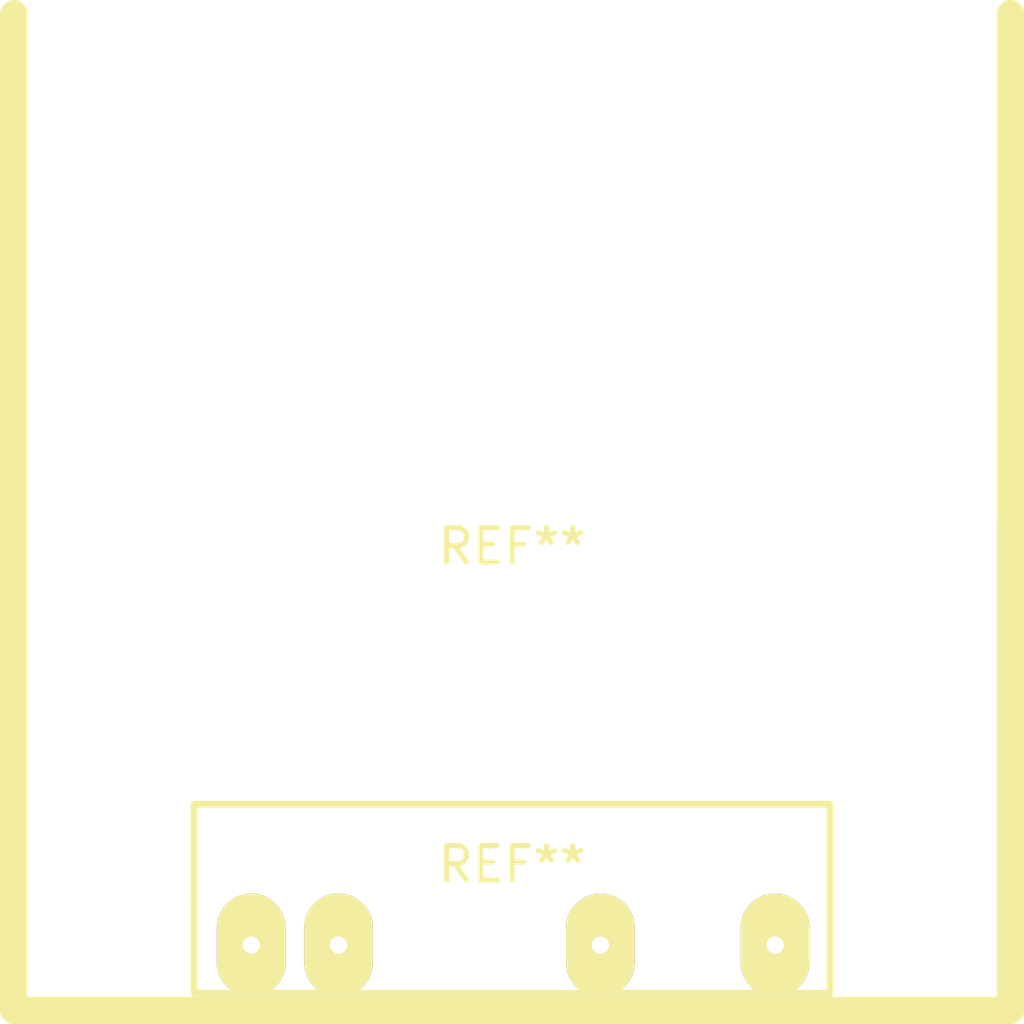
<source format=kicad_pcb>
(kicad_pcb (version 4) (host pcbnew 4.0.0~rc1a-stable)

  (general
    (links 0)
    (no_connects 0)
    (area 43.924999 20.1 221.594802 137.750001)
    (thickness 1.6)
    (drawings 0)
    (tracks 0)
    (zones 0)
    (modules 2)
    (nets 1)
  )

  (page A4)
  (layers
    (0 F.Cu signal)
    (31 B.Cu signal)
    (32 B.Adhes user)
    (33 F.Adhes user)
    (34 B.Paste user)
    (35 F.Paste user)
    (36 B.SilkS user)
    (37 F.SilkS user)
    (38 B.Mask user)
    (39 F.Mask user)
    (40 Dwgs.User user)
    (41 Cmts.User user)
    (42 Eco1.User user)
    (43 Eco2.User user)
    (44 Edge.Cuts user)
    (45 Margin user)
    (46 B.CrtYd user)
    (47 F.CrtYd user)
    (48 B.Fab user)
    (49 F.Fab user)
  )

  (setup
    (last_trace_width 0.25)
    (trace_clearance 0.2)
    (zone_clearance 0.508)
    (zone_45_only no)
    (trace_min 0.2)
    (segment_width 0.2)
    (edge_width 0.15)
    (via_size 0.6)
    (via_drill 0.4)
    (via_min_size 0.4)
    (via_min_drill 0.3)
    (uvia_size 0.3)
    (uvia_drill 0.1)
    (uvias_allowed no)
    (uvia_min_size 0.2)
    (uvia_min_drill 0.1)
    (pcb_text_width 0.3)
    (pcb_text_size 1.5 1.5)
    (mod_edge_width 0.15)
    (mod_text_size 1 1)
    (mod_text_width 0.15)
    (pad_size 1.524 1.524)
    (pad_drill 0.762)
    (pad_to_mask_clearance 0.2)
    (aux_axis_origin 0 0)
    (visible_elements FFFFFF7F)
    (pcbplotparams
      (layerselection 0x00030_80000001)
      (usegerberextensions false)
      (excludeedgelayer true)
      (linewidth 0.100000)
      (plotframeref false)
      (viasonmask false)
      (mode 1)
      (useauxorigin false)
      (hpglpennumber 1)
      (hpglpenspeed 20)
      (hpglpendiameter 15)
      (hpglpenoverlay 2)
      (psnegative false)
      (psa4output false)
      (plotreference true)
      (plotvalue true)
      (plotinvisibletext false)
      (padsonsilk false)
      (subtractmaskfromsilk false)
      (outputformat 1)
      (mirror false)
      (drillshape 1)
      (scaleselection 1)
      (outputdirectory ""))
  )

  (net 0 "")

  (net_class Default "This is the default net class."
    (clearance 0.2)
    (trace_width 0.25)
    (via_dia 0.6)
    (via_drill 0.4)
    (uvia_dia 0.3)
    (uvia_drill 0.1)
  )

  (module locales:SSR2 (layer F.Cu) (tedit 565D9C18) (tstamp 565D9D76)
    (at 124 94.5 180)
    (fp_text reference REF** (at 0 1 180) (layer F.SilkS)
      (effects (font (size 1 1) (thickness 0.15)))
    )
    (fp_text value SSR2 (at 0.1 -1 180) (layer F.Fab)
      (effects (font (size 1 1) (thickness 0.15)))
    )
    (fp_line (start 9.25 0) (end 9.25 -2.75) (layer F.SilkS) (width 0.2))
    (fp_line (start 9.25 -2.75) (end -9.25 -2.75) (layer F.SilkS) (width 0.2))
    (fp_line (start -9.25 -2.75) (end -9.25 2.75) (layer F.SilkS) (width 0.2))
    (fp_line (start -9.25 2.75) (end 9.25 2.75) (layer F.SilkS) (width 0.2))
    (fp_line (start 9.25 2.75) (end 9.25 0) (layer F.SilkS) (width 0.2))
    (pad 1 thru_hole oval (at -7.65 -1.35 180) (size 2 3) (drill 0.5) (layers *.Cu *.Mask F.SilkS))
    (pad 2 thru_hole oval (at -2.57 -1.35 180) (size 2 3) (drill 0.5) (layers *.Cu *.Mask F.SilkS))
    (pad 4 thru_hole oval (at 7.59 -1.35 180) (size 2 3) (drill 0.5) (layers *.Cu *.Mask F.SilkS))
    (pad 3 thru_hole oval (at 5.05 -1.35 180) (size 2 3) (drill 0.5) (layers *.Cu *.Mask F.SilkS))
  )

  (module locales:DISIPADOR2 (layer F.Cu) (tedit 565D89F1) (tstamp 565F4D23)
    (at 124 83.25)
    (fp_text reference REF** (at 0 1) (layer F.SilkS)
      (effects (font (size 1 1) (thickness 0.15)))
    )
    (fp_text value DISIPADOR2 (at 0 -1) (layer F.Fab)
      (effects (font (size 1 1) (thickness 0.15)))
    )
    (fp_line (start 14.5 0) (end 14.5 -14.5) (layer F.SilkS) (width 0.8))
    (fp_line (start 14.5 -14.5) (end 14.5 14.5) (layer F.SilkS) (width 0.8))
    (fp_line (start 14.5 14.5) (end -14.5 14.5) (layer F.SilkS) (width 0.8))
    (fp_line (start -14.5 14.5) (end -14.5 -14.5) (layer F.SilkS) (width 0.8))
  )

)

</source>
